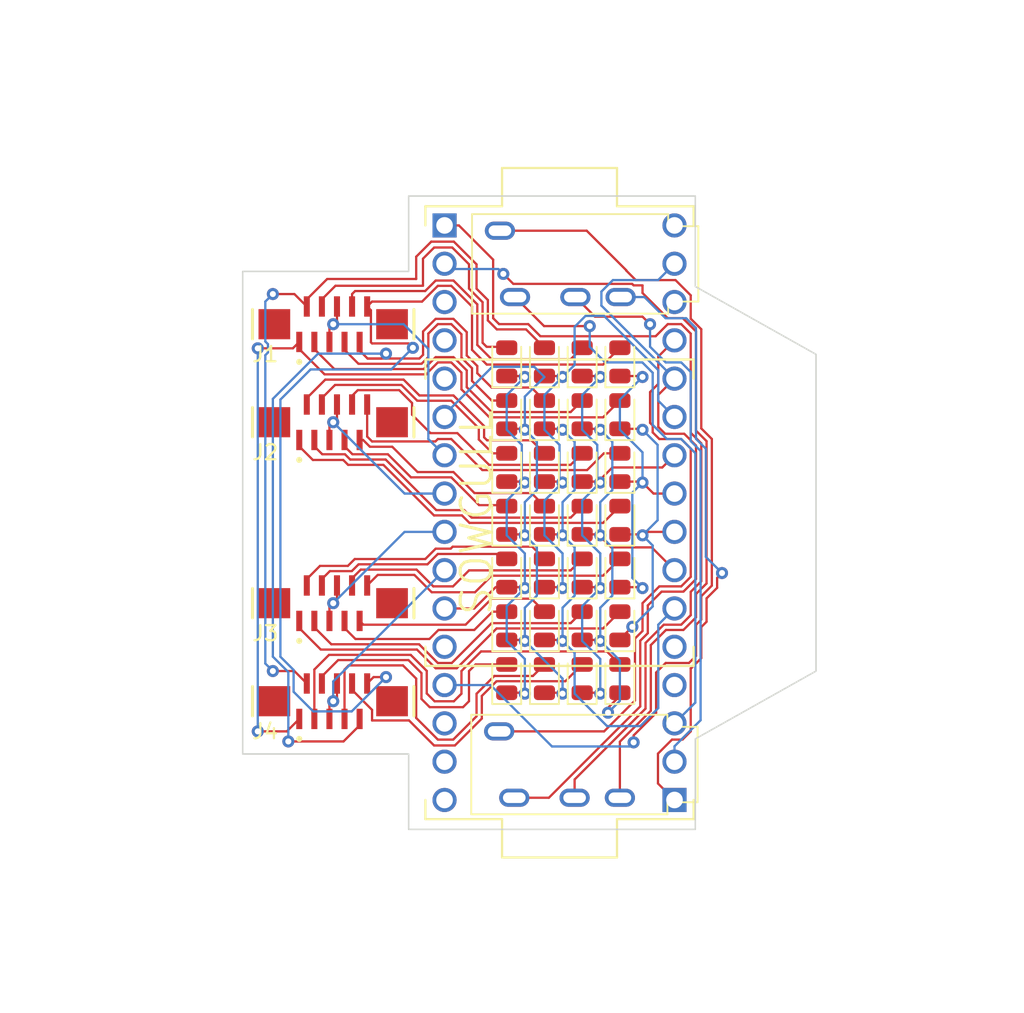
<source format=kicad_pcb>
(kicad_pcb (version 20221018) (generator pcbnew)
  (layers (0 "F.Cu" signal) (31 "B.Cu" signal) (34 "B.Paste" user) (35 "F.Paste" user) (36 "B.SilkS" user "B.Silkscreen") (37 "F.SilkS" user "F.Silkscreen") (38 "B.Mask" user) (39 "F.Mask" user) (44 "Edge.Cuts" user))
  (net 0 "")
  (net 1 "/Column L1/R1")
  (net 2 "/Column L1/R2")
  (net 3 "Net-(D3-A)")
  (net 4 "Net-(D4-A)")
  (net 5 "Net-(D5-A)")
  (net 6 "Net-(D6-A)")
  (net 7 "/Column L1/R7")
  (net 8 "/Column L1/R8")
  (net 9 "/Column L2/R1")
  (net 10 "/Column L2/R2")
  (net 11 "Net-(D11-A)")
  (net 12 "Net-(D12-A)")
  (net 13 "Net-(D13-A)")
  (net 14 "Net-(D14-A)")
  (net 15 "/Column L2/R7")
  (net 16 "/Column L2/R8")
  (net 17 "/Column L3/R1")
  (net 18 "/Column L3/R2")
  (net 19 "Net-(D19-A)")
  (net 20 "Net-(D20-A)")
  (net 21 "Net-(D21-A)")
  (net 22 "Net-(D22-A)")
  (net 23 "/Column L3/R7")
  (net 24 "/Column L3/R8")
  (net 26 "ROW_4")
  (net 28 "ROW_3")
  (net 29 "ROW_2")
  (net 30 "Net-(D59-A)")
  (net 31 "ROW_1")
  (net 32 "Net-(D60-A)")
  (net 33 "ROW_5")
  (net 34 "Net-(D61-A)")
  (net 35 "ROW_6")
  (net 36 "Net-(D62-A)")
  (net 37 "ROW_7")
  (net 39 "ROW_8")
  (net 40 "COL_L1")
  (net 41 "COL_L2")
  (net 42 "COL_L3")
  (net 43 "COL_T")
  (net 52 "Net-(U3-Ring1)")
  (net 53 "Net-(U2-Ring2)")
  (net 54 "Net-(U3-Ring2)")
  (net 55 "Net-(U2-Ring1)")
  (net 56 "Net-(U2-Tip)")
  (net 57 "Net-(U1-F4)")
  (net 58 "Net-(U3-Sleeve)")
  (net 59 "Net-(U2-Sleeve)")
  (footprint "Diode_SMD:D_0805_2012Metric" (layer "F.Cu") (at 156.5 102.5 90)
    (fp_text reference "D19" hide)
    (fp_text value "1N4148W")
  )
  (footprint "Diode_SMD:D_0805_2012Metric" (layer "F.Cu") (at 151.5 106 90)
    (fp_text reference "D60" hide)
    (fp_text value "1N4148W")
  )
  (footprint "MountingHole:MountingHole_3.2mm_M3" (layer "F.Cu") (at 140 95)
    (fp_text reference "REF**" hide)
    (fp_text value "MountingHole_3.2mm_M3")
  )
  (footprint "Custom:GCT_FFC2A33-10-T-R_REVA" (layer "F.Cu") (at 140 89)
    (fp_text reference "J2")
    (fp_text value "Conn_01x10_MountingPin")
  )
  (footprint "promicro:ProMicro-Rotatable" (layer "F.Cu") (at 155 95 -90)
    (fp_text reference "U1" hide)
    (fp_text value "ProMicro")
  )
  (footprint "Diode_SMD:D_0805_2012Metric" (layer "F.Cu") (at 154 99 90)
    (fp_text reference "D18" hide)
    (fp_text value "1N4148W")
  )
  (footprint "Diode_SMD:D_0805_2012Metric" (layer "F.Cu") (at 159 85 90)
    (fp_text reference "D8" hide)
    (fp_text value "1N4148W")
  )
  (footprint "Diode_SMD:D_0805_2012Metric" (layer "F.Cu") (at 151.5 99 90)
    (fp_text reference "D20" hide)
    (fp_text value "1N4148W")
  )
  (footprint "Diode_SMD:D_0805_2012Metric" (layer "F.Cu") (at 156.5 92 90)
    (fp_text reference "D14" hide)
    (fp_text value "1N4148W")
  )
  (footprint "PJ320a:PJ-320A" (layer "F.Cu") (at 164.2 80.7 180)
    (fp_text reference "U2" hide)
    (fp_text value "PJ-320A")
  )
  (footprint "Diode_SMD:D_0805_2012Metric" (layer "F.Cu") (at 156.5 88.5 90)
    (fp_text reference "D3" hide)
    (fp_text value "1N4148W")
  )
  (footprint "PJ320a:PJ-320A" (layer "F.Cu") (at 164.15 113.9 180)
    (fp_text reference "U3" hide)
    (fp_text value "PJ-320A")
  )
  (footprint "Diode_SMD:D_0805_2012Metric" (layer "F.Cu") (at 159 102.5 90)
    (fp_text reference "D17" hide)
    (fp_text value "1N4148W")
  )
  (footprint "Diode_SMD:D_0805_2012Metric" (layer "F.Cu") (at 151.5 92 90)
    (fp_text reference "D12" hide)
    (fp_text value "1N4148W")
  )
  (footprint "Diode_SMD:D_0805_2012Metric" (layer "F.Cu") (at 151.5 102.5 90)
    (fp_text reference "D21" hide)
    (fp_text value "1N4148W")
  )
  (footprint "Diode_SMD:D_0805_2012Metric" (layer "F.Cu") (at 154 85 90)
    (fp_text reference "D2" hide)
    (fp_text value "1N4148W")
  )
  (footprint "Diode_SMD:D_0805_2012Metric" (layer "F.Cu") (at 154 88.5 90)
    (fp_text reference "D7" hide)
    (fp_text value "1N4148W")
  )
  (footprint "Diode_SMD:D_0805_2012Metric" (layer "F.Cu") (at 156.5 95.5 90)
    (fp_text reference "D11" hide)
    (fp_text value "1N4148W")
  )
  (footprint "Diode_SMD:D_0805_2012Metric" (layer "F.Cu") (at 156.5 106 90)
    (fp_text reference "D62" hide)
    (fp_text value "1N4148W")
  )
  (footprint "Diode_SMD:D_0805_2012Metric" (layer "F.Cu") (at 156.5 85 90)
    (fp_text reference "D6" hide)
    (fp_text value "1N4148W")
  )
  (footprint "Custom:GCT_FFC2A33-10-T-R_REVA" (layer "F.Cu") (at 140 107.5)
    (fp_text reference "J4")
    (fp_text value "Conn_01x10_MountingPin")
  )
  (footprint "Diode_SMD:D_0805_2012Metric" (layer "F.Cu") (at 159 95.5 90)
    (fp_text reference "D9" hide)
    (fp_text value "1N4148W")
  )
  (footprint "Diode_SMD:D_0805_2012Metric" (layer "F.Cu") (at 151.5 85 90)
    (fp_text reference "D4" hide)
    (fp_text value "1N4148W")
  )
  (footprint "Diode_SMD:D_0805_2012Metric" (layer "F.Cu") (at 154 102.5 90)
    (fp_text reference "D23" hide)
    (fp_text value "1N4148W")
  )
  (footprint "Diode_SMD:D_0805_2012Metric" (layer "F.Cu") (at 159 88.5 90)
    (fp_text reference "D1" hide)
    (fp_text value "1N4148W")
  )
  (footprint "Diode_SMD:D_0805_2012Metric" (layer "F.Cu") (at 151.5 95.5 90)
    (fp_text reference "D13" hide)
    (fp_text value "1N4148W")
  )
  (footprint "Diode_SMD:D_0805_2012Metric" (layer "F.Cu") (at 154 92 90)
    (fp_text reference "D10" hide)
    (fp_text value "1N4148W")
  )
  (footprint "Diode_SMD:D_0805_2012Metric" (layer "F.Cu") (at 159 92 90)
    (fp_text reference "D16" hide)
    (fp_text value "1N4148W")
  )
  (footprint "Diode_SMD:D_0805_2012Metric" (layer "F.Cu") (at 151.5 88.5 90)
    (fp_text reference "D5" hide)
    (fp_text value "1N4148W")
  )
  (footprint "Diode_SMD:D_0805_2012Metric" (layer "F.Cu") (at 159 106 90)
    (fp_text reference "D59" hide)
    (fp_text value "1N4148W")
  )
  (footprint "Diode_SMD:D_0805_2012Metric" (layer "F.Cu") (at 159 99 90)
    (fp_text reference "D24" hide)
    (fp_text value "1N4148W")
  )
  (footprint "Diode_SMD:D_0805_2012Metric" (layer "F.Cu") (at 156.5 99 90)
    (fp_text reference "D22" hide)
    (fp_text value "1N4148W")
  )
  (footprint "Custom:GCT_FFC2A33-10-T-R_REVA" (layer "F.Cu") (at 140 101)
    (fp_text reference "J3")
    (fp_text value "Conn_01x10_MountingPin")
  )
  (footprint "MountingHole:MountingHole_3.2mm_M3" (layer "F.Cu") (at 168 103)
    (fp_text reference "REF**" hide)
    (fp_text value "MountingHole_3.2mm_M3")
  )
  (footprint "Diode_SMD:D_0805_2012Metric" (layer "F.Cu") (at 154 106 90)
    (fp_text reference "D61" hide)
    (fp_text value "1N4148W")
  )
  (footprint "Diode_SMD:D_0805_2012Metric" (layer "F.Cu") (at 154 95.5 90)
    (fp_text reference "D15" hide)
    (fp_text value "1N4148W")
  )
  (footprint "MountingHole:MountingHole_3.2mm_M3" (layer "F.Cu") (at 168 87)
    (fp_text reference "REF**" hide)
    (fp_text value "MountingHole_3.2mm_M3")
  )
  (footprint "Custom:GCT_FFC2A33-10-T-R_REVA" (layer "F.Cu") (at 140 82.5)
    (fp_text reference "J1")
    (fp_text value "Conn_01x10_MountingPin")
  )
  (gr_poly (pts (xy 134 79) (xy 134 111) (xy 145 111) (xy 145 116) (xy 164 116) (xy 164 110) (xy 172 105.5) (xy 172 84.5) (xy 164 80) (xy 164 74) (xy 145 74) (xy 145 79)) (stroke (width 0.1)) (fill none) (layer "Edge.Cuts"))
  (gr_text "SOWGULL" (at 149.5 95 90) (layer "F.SilkS") (effects (font (size 2 2) (thickness 0.2))))
  (segment (start 148.5 85.70972) (end 148.5 86.819974) (width 0.15) (layer "F.Cu") (net 1))
  (segment (start 148.5 86.819974) (end 150.355026 88.675) (width 0.15) (layer "F.Cu") (net 1))
  (segment (start 150.355026 88.675) (end 157.8875 88.675) (width 0.15) (layer "F.Cu") (net 1))
  (segment (start 157.8875 88.675) (end 159 87.5625) (width 0.15) (layer "F.Cu") (net 1))
  (segment (start 135 109.5) (end 136.925 109.5) (width 0.15) (layer "F.Cu") (net 1))
  (segment (start 136.925 109.5) (end 137.75 108.675) (width 0.15) (layer "F.Cu") (net 1))
  (segment (start 146.305 85.66472) (end 146.93472 85.035) (width 0.15) (layer "F.Cu") (net 1))
  (segment (start 146.175 85.825) (end 146.305 85.695) (width 0.15) (layer "F.Cu") (net 1))
  (segment (start 135 84.099502) (end 137.325498 84.099502) (width 0.15) (layer "F.Cu") (net 1))
  (segment (start 137.75 84.15) (end 139.425 85.825) (width 0.15) (layer "F.Cu") (net 1))
  (segment (start 146.305 85.695) (end 146.305 85.66472) (width 0.15) (layer "F.Cu") (net 1))
  (segment (start 146.93472 85.035) (end 147.82528 85.035) (width 0.15) (layer "F.Cu") (net 1))
  (segment (start 137.325498 84.099502) (end 137.75 83.675) (width 0.15) (layer "F.Cu") (net 1))
  (segment (start 139.425 85.825) (end 146.175 85.825) (width 0.15) (layer "F.Cu") (net 1))
  (segment (start 147.82528 85.035) (end 148.5 85.70972) (width 0.15) (layer "F.Cu") (net 1))
  (via (at 135 109.5) (size 0.8) (drill 0.4) (layers "F.Cu" "B.Cu") (net 1))
  (via (at 135 84.099502) (size 0.8) (drill 0.4) (layers "F.Cu" "B.Cu") (net 1))
  (segment (start 135 109.5) (end 135 84.099502) (width 0.15) (layer "B.Cu") (net 1))
  (segment (start 152.7825 82.845) (end 154 84.0625) (width 0.15) (layer "F.Cu") (net 2))
  (segment (start 137.425 105.5) (end 138.25 106.325) (width 0.15) (layer "F.Cu") (net 2))
  (segment (start 149.5 78.530026) (end 149.5 80.144798) (width 0.15) (layer "F.Cu") (net 2))
  (segment (start 147.994974 77.025) (end 149.5 78.530026) (width 0.15) (layer "F.Cu") (net 2))
  (segment (start 150.25 80.894798) (end 150.25 82.25) (width 0.15) (layer "F.Cu") (net 2))
  (segment (start 150.845 82.845) (end 152.7825 82.845) (width 0.15) (layer "F.Cu") (net 2))
  (segment (start 137.425 80.5) (end 138.25 81.325) (width 0.15) (layer "F.Cu") (net 2))
  (segment (start 136 80.5) (end 137.425 80.5) (width 0.15) (layer "F.Cu") (net 2))
  (segment (start 146.5 77.025) (end 147.994974 77.025) (width 0.15) (layer "F.Cu") (net 2))
  (segment (start 145.5 78.025) (end 146.5 77.025) (width 0.15) (layer "F.Cu") (net 2))
  (segment (start 149.5 80.144798) (end 150.25 80.894798) (width 0.15) (layer "F.Cu") (net 2))
  (segment (start 145.5 79.5) (end 145.5 78.025) (width 0.15) (layer "F.Cu") (net 2))
  (segment (start 139.6 79.5) (end 145.5 79.5) (width 0.15) (layer "F.Cu") (net 2))
  (segment (start 150.25 82.25) (end 150.845 82.845) (width 0.15) (layer "F.Cu") (net 2))
  (segment (start 136 105.5) (end 137.425 105.5) (width 0.15) (layer "F.Cu") (net 2))
  (segment (start 138.25 80.85) (end 139.6 79.5) (width 0.15) (layer "F.Cu") (net 2))
  (via (at 136 80.5) (size 0.8) (drill 0.4) (layers "F.Cu" "B.Cu") (net 2))
  (via (at 136 105.5) (size 0.8) (drill 0.4) (layers "F.Cu" "B.Cu") (net 2))
  (segment (start 135.675 83.819907) (end 135.5 83.644907) (width 0.15) (layer "B.Cu") (net 2))
  (segment (start 136 105.5) (end 135.5 105) (width 0.15) (layer "B.Cu") (net 2))
  (segment (start 135.5 83.644907) (end 135.5 81) (width 0.15) (layer "B.Cu") (net 2))
  (segment (start 135.5 81) (end 136 80.5) (width 0.15) (layer "B.Cu") (net 2))
  (segment (start 135.5 84.554097) (end 135.675 84.379097) (width 0.15) (layer "B.Cu") (net 2))
  (segment (start 135.675 84.379097) (end 135.675 83.819907) (width 0.15) (layer "B.Cu") (net 2))
  (segment (start 135.5 105) (end 135.5 84.554097) (width 0.15) (layer "B.Cu") (net 2))
  (segment (start 138.75 84.15) (end 140.075 85.475) (width 0.15) (layer "F.Cu") (net 3))
  (segment (start 145.999745 85.475) (end 146.789746 84.685) (width 0.15) (layer "F.Cu") (net 3))
  (segment (start 148.85 86.675) (end 150.5 88.325) (width 0.15) (layer "F.Cu") (net 3))
  (segment (start 148.85 85.5625) (end 148.85 86.675) (width 0.15) (layer "F.Cu") (net 3))
  (segment (start 150.5 88.325) (end 155.7375 88.325) (width 0.15) (layer "F.Cu") (net 3))
  (segment (start 146.789746 84.685) (end 147.9725 84.685) (width 0.15) (layer "F.Cu") (net 3))
  (segment (start 147.9725 84.685) (end 148.85 85.5625) (width 0.15) (layer "F.Cu") (net 3))
  (segment (start 155.7375 88.325) (end 156.5 87.5625) (width 0.15) (layer "F.Cu") (net 3))
  (segment (start 140.075 85.475) (end 145.999745 85.475) (width 0.15) (layer "F.Cu") (net 3))
  (segment (start 149 80.139772) (end 149 78.525) (width 0.15) (layer "F.Cu") (net 4))
  (segment (start 147.89 77.415) (end 146.691066 77.415) (width 0.15) (layer "F.Cu") (net 4))
  (segment (start 151.4375 84) (end 150.169974 84) (width 0.15) (layer "F.Cu") (net 4))
  (segment (start 145.949886 78.15618) (end 145.949886 79.949886) (width 0.15) (layer "F.Cu") (net 4))
  (segment (start 149 78.525) (end 147.89 77.415) (width 0.15) (layer "F.Cu") (net 4))
  (segment (start 149.9 83.730026) (end 149.9 81.039772) (width 0.15) (layer "F.Cu") (net 4))
  (segment (start 145.949886 79.949886) (end 140.150114 79.949886) (width 0.15) (layer "F.Cu") (net 4))
  (segment (start 149.9 81.039772) (end 149 80.139772) (width 0.15) (layer "F.Cu") (net 4))
  (segment (start 140.150114 79.949886) (end 139.25 80.85) (width 0.15) (layer "F.Cu") (net 4))
  (segment (start 150.169974 84) (end 149.9 83.730026) (width 0.15) (layer "F.Cu") (net 4))
  (segment (start 146.691066 77.415) (end 145.949886 78.15618) (width 0.15) (layer "F.Cu") (net 4))
  (segment (start 146.305 84.674771) (end 146.305 83.12472) (width 0.15) (layer "F.Cu") (net 5))
  (segment (start 146.305 83.12472) (end 146.93472 82.495) (width 0.15) (layer "F.Cu") (net 5))
  (segment (start 150.5 87.5625) (end 151.5 87.5625) (width 0.15) (layer "F.Cu") (net 5))
  (segment (start 140.75 84.2) (end 141.675 85.125) (width 0.15) (layer "F.Cu") (net 5))
  (segment (start 141.675 85.125) (end 145.85477 85.125) (width 0.15) (layer "F.Cu") (net 5))
  (segment (start 145.85477 85.125) (end 146.305 84.674771) (width 0.15) (layer "F.Cu") (net 5))
  (segment (start 149.2 86.2625) (end 150.5 87.5625) (width 0.15) (layer "F.Cu") (net 5))
  (segment (start 146.93472 82.495) (end 147.82528 82.495) (width 0.15) (layer "F.Cu") (net 5))
  (segment (start 148.5 84.717526) (end 149.2 85.417525) (width 0.15) (layer "F.Cu") (net 5))
  (segment (start 147.82528 82.495) (end 148.5 83.16972) (width 0.15) (layer "F.Cu") (net 5))
  (segment (start 148.5 83.16972) (end 148.5 84.717526) (width 0.15) (layer "F.Cu") (net 5))
  (segment (start 149.2 85.417525) (end 149.2 86.2625) (width 0.15) (layer "F.Cu") (net 5))
  (segment (start 155.7375 84.825) (end 150.5 84.825) (width 0.15) (layer "F.Cu") (net 6))
  (segment (start 150.5 84.825) (end 149.55 83.875) (width 0.15) (layer "F.Cu") (net 6))
  (segment (start 146.789746 79.605) (end 146.09486 80.299886) (width 0.15) (layer "F.Cu") (net 6))
  (segment (start 146.09486 80.299886) (end 141.450114 80.299886) (width 0.15) (layer "F.Cu") (net 6))
  (segment (start 149.55 81.184746) (end 147.970254 79.605) (width 0.15) (layer "F.Cu") (net 6))
  (segment (start 141.25 80.5) (end 141.25 81.325) (width 0.15) (layer "F.Cu") (net 6))
  (segment (start 141.450114 80.299886) (end 141.25 80.5) (width 0.15) (layer "F.Cu") (net 6))
  (segment (start 149.55 83.875) (end 149.55 81.184746) (width 0.15) (layer "F.Cu") (net 6))
  (segment (start 156.5 84.0625) (end 155.7375 84.825) (width 0.15) (layer "F.Cu") (net 6))
  (segment (start 147.970254 79.605) (end 146.789746 79.605) (width 0.15) (layer "F.Cu") (net 6))
  (segment (start 153.1375 86.7) (end 150.5 86.7) (width 0.15) (layer "F.Cu") (net 7))
  (segment (start 154 87.5625) (end 153.1375 86.7) (width 0.15) (layer "F.Cu") (net 7))
  (segment (start 143.1755 84.775) (end 143.5 84.4505) (width 0.15) (layer "F.Cu") (net 7))
  (segment (start 142.275 84.775) (end 143.1755 84.775) (width 0.15) (layer "F.Cu") (net 7))
  (segment (start 145.955 84.529796) (end 145.709795 84.775) (width 0.15) (layer "F.Cu") (net 7))
  (segment (start 148.85 83.024746) (end 147.970254 82.145) (width 0.15) (layer "F.Cu") (net 7))
  (segment (start 149.55 85.27255) (end 148.85 84.572551) (width 0.15) (layer "F.Cu") (net 7))
  (segment (start 146.789745 82.145) (end 145.955 82.979746) (width 0.15) (layer "F.Cu") (net 7))
  (segment (start 137.025056 110.167038) (end 140.682962 110.167038) (width 0.15) (layer "F.Cu") (net 7))
  (segment (start 140.682962 110.167038) (end 141.75 109.1) (width 0.15) (layer "F.Cu") (net 7))
  (segment (start 148.85 84.572551) (end 148.85 83.024746) (width 0.15) (layer "F.Cu") (net 7))
  (segment (start 147.970254 82.145) (end 146.789745 82.145) (width 0.15) (layer "F.Cu") (net 7))
  (segment (start 149.55 85.75) (end 149.55 85.27255) (width 0.15) (layer "F.Cu") (net 7))
  (segment (start 145.955 82.979746) (end 145.955 84.529796) (width 0.15) (layer "F.Cu") (net 7))
  (segment (start 150.5 86.7) (end 149.55 85.75) (width 0.15) (layer "F.Cu") (net 7))
  (segment (start 145.709795 84.775) (end 142.275 84.775) (width 0.15) (layer "F.Cu") (net 7))
  (segment (start 142.275 84.775) (end 141.75 84.25) (width 0.15) (layer "F.Cu") (net 7))
  (via (at 143.5 84.4505) (size 0.8) (drill 0.4) (layers "F.Cu" "B.Cu") (net 7))
  (via (at 137.025056 110.167038) (size 0.8) (drill 0.4) (layers "F.Cu" "B.Cu") (net 7))
  (segment (start 136 87.45) (end 138.9995 84.4505) (width 0.15) (layer "B.Cu") (net 7))
  (segment (start 136 104.545405) (end 136 87.45) (width 0.15) (layer "B.Cu") (net 7))
  (segment (start 137.025056 105.570461) (end 136 104.545405) (width 0.15) (layer "B.Cu") (net 7))
  (segment (start 137.025056 110.167038) (end 137.025056 105.570461) (width 0.15) (layer "B.Cu") (net 7))
  (segment (start 138.9995 84.4505) (end 143.5 84.4505) (width 0.15) (layer "B.Cu") (net 7))
  (segment (start 142.5 83.7) (end 142.5 81.575) (width 0.15) (layer "F.Cu") (net 8))
  (segment (start 142.25 106.325) (end 142.674502 105.900498) (width 0.15) (layer "F.Cu") (net 8))
  (segment (start 147.82528 79.955) (end 146.93472 79.955) (width 0.15) (layer "F.Cu") (net 8))
  (segment (start 142.5 81.575) (end 142.25 81.325) (width 0.15) (layer "F.Cu") (net 8))
  (segment (start 159 84.0625) (end 157.8875 85.175) (width 0.15) (layer "F.Cu") (net 8))
  (segment (start 142.575 81) (end 142.25 81.325) (width 0.15) (layer "F.Cu") (net 8))
  (segment (start 146.93472 79.955) (end 145.88972 81) (width 0.15) (layer "F.Cu") (net 8))
  (segment (start 144.990295 83.775) (end 142.575 83.775) (width 0.15) (layer "F.Cu") (net 8))
  (segment (start 142.575 83.775) (end 142.5 83.7) (width 0.15) (layer "F.Cu") (net 8))
  (segment (start 149.2 81.32972) (end 147.82528 79.955) (width 0.15) (layer "F.Cu") (net 8))
  (segment (start 149.2 84.2) (end 149.2 81.32972) (width 0.15) (layer "F.Cu") (net 8))
  (segment (start 142.674502 105.900498) (end 143.5 105.900498) (width 0.15) (layer "F.Cu") (net 8))
  (segment (start 145.88972 81) (end 142.575 81) (width 0.15) (layer "F.Cu") (net 8))
  (segment (start 150.175 85.175) (end 149.2 84.2) (width 0.15) (layer "F.Cu") (net 8))
  (segment (start 145.2805 84.065205) (end 144.990295 83.775) (width 0.15) (layer "F.Cu") (net 8))
  (segment (start 157.8875 85.175) (end 150.175 85.175) (width 0.15) (layer "F.Cu") (net 8))
  (via (at 143.5 105.900498) (size 0.8) (drill 0.4) (layers "F.Cu" "B.Cu") (net 8))
  (via (at 145.2805 84.065205) (size 0.8) (drill 0.4) (layers "F.Cu" "B.Cu") (net 8))
  (segment (start 138.5 85.5) (end 136.5 87.5) (width 0.15) (layer "B.Cu") (net 8))
  (segment (start 138.675 108.175) (end 141.225498 108.175) (width 0.15) (layer "B.Cu") (net 8))
  (segment (start 143.845705 85.5) (end 138.5 85.5) (width 0.15) (layer "B.Cu") (net 8))
  (segment (start 136.5 104.550431) (end 137.375056 105.425487) (width 0.15) (layer "B.Cu") (net 8))
  (segment (start 145.2805 84.065205) (end 143.845705 85.5) (width 0.15) (layer "B.Cu") (net 8))
  (segment (start 137.375056 105.425487) (end 137.375056 106.875056) (width 0.15) (layer "B.Cu") (net 8))
  (segment (start 137.375056 106.875056) (end 138.675 108.175) (width 0.15) (layer "B.Cu") (net 8))
  (segment (start 141.225498 108.175) (end 143.5 105.900498) (width 0.15) (layer "B.Cu") (net 8))
  (segment (start 136.5 87.5) (end 136.5 104.550431) (width 0.15) (layer "B.Cu") (net 8))
  (segment (start 140.660052 91.5) (end 140.985052 91.825) (width 0.15) (layer "F.Cu") (net 9))
  (segment (start 140.985052 91.825) (end 143.325 91.825) (width 0.15) (layer "F.Cu") (net 9))
  (segment (start 148.53505 95.180025) (end 149.030025 95.675) (width 0.15) (layer "F.Cu") (net 9))
  (segment (start 146.680025 95.180025) (end 148.53505 95.180025) (width 0.15) (layer "F.Cu") (net 9))
  (segment (start 138.65 91.5) (end 140.660052 91.5) (width 0.15) (layer "F.Cu") (net 9))
  (segment (start 149.030025 95.675) (end 157.8875 95.675) (width 0.15) (layer "F.Cu") (net 9))
  (segment (start 143.325 91.825) (end 146.680025 95.180025) (width 0.15) (layer "F.Cu") (net 9))
  (segment (start 137.75 90.6) (end 138.65 91.5) (width 0.15) (layer "F.Cu") (net 9))
  (segment (start 157.8875 95.675) (end 159 94.5625) (width 0.15) (layer "F.Cu") (net 9))
  (segment (start 154 91.0625) (end 153.1375 90.2) (width 0.15) (layer "F.Cu") (net 10))
  (segment (start 144.664948 86.175) (end 139.475 86.175) (width 0.15) (layer "F.Cu") (net 10))
  (segment (start 139.475 86.175) (end 138.25 87.4) (width 0.15) (layer "F.Cu") (net 10))
  (segment (start 145.714948 87.225) (end 144.664948 86.175) (width 0.15) (layer "F.Cu") (net 10))
  (segment (start 150 89.254746) (end 147.970254 87.225) (width 0.15) (layer "F.Cu") (net 10))
  (segment (start 147.970254 87.225) (end 145.714948 87.225) (width 0.15) (layer "F.Cu") (net 10))
  (segment (start 150.2 90.2) (end 150 90) (width 0.15) (layer "F.Cu") (net 10))
  (segment (start 153.1375 90.2) (end 150.2 90.2) (width 0.15) (layer "F.Cu") (net 10))
  (segment (start 150 90) (end 150 89.254746) (width 0.15) (layer "F.Cu") (net 10))
  (segment (start 140.780026 91.125) (end 141.130026 91.475) (width 0.15) (layer "F.Cu") (net 11))
  (segment (start 148.680025 94.830025) (end 149.175 95.325) (width 0.15) (layer "F.Cu") (net 11))
  (segment (start 141.130026 91.475) (end 143.475 91.475) (width 0.15) (layer "F.Cu") (net 11))
  (segment (start 155.7375 95.325) (end 156.5 94.5625) (width 0.15) (layer "F.Cu") (net 11))
  (segment (start 139.275 91.125) (end 140.780026 91.125) (width 0.15) (layer "F.Cu") (net 11))
  (segment (start 138.75 90.6) (end 139.275 91.125) (width 0.15) (layer "F.Cu") (net 11))
  (segment (start 146.830025 94.830025) (end 148.680025 94.830025) (width 0.15) (layer "F.Cu") (net 11))
  (segment (start 143.475 91.475) (end 146.830025 94.830025) (width 0.15) (layer "F.Cu") (net 11))
  (segment (start 149.175 95.325) (end 155.7375 95.325) (width 0.15) (layer "F.Cu") (net 11))
  (segment (start 149.65 90.144975) (end 150.567525 91.0625) (width 0.15) (layer "F.Cu") (net 12))
  (segment (start 139.25 87.4) (end 140.125 86.525) (width 0.15) (layer "F.Cu") (net 12))
  (segment (start 140.125 86.525) (end 144.519974 86.525) (width 0.15) (layer "F.Cu") (net 12))
  (segment (start 147.82528 87.575) (end 149.65 89.39972) (width 0.15) (layer "F.Cu") (net 12))
  (segment (start 150.567525 91.0625) (end 151.5 91.0625) (width 0.15) (layer "F.Cu") (net 12))
  (segment (start 149.65 89.39972) (end 149.65 90.144975) (width 0.15) (layer "F.Cu") (net 12))
  (segment (start 144.519974 86.525) (end 145.569974 87.575) (width 0.15) (layer "F.Cu") (net 12))
  (segment (start 145.569974 87.575) (end 147.82528 87.575) (width 0.15) (layer "F.Cu") (net 12))
  (segment (start 151.4375 94.5) (end 149.67028 94.5) (width 0.15) (layer "F.Cu") (net 13))
  (segment (start 149.67028 94.5) (end 147.82528 92.655) (width 0.15) (layer "F.Cu") (net 13))
  (segment (start 141.275 91.125) (end 140.75 90.6) (width 0.15) (layer "F.Cu") (net 13))
  (segment (start 143.625 91.125) (end 141.275 91.125) (width 0.15) (layer "F.Cu") (net 13))
  (segment (start 147.82528 92.655) (end 145.155 92.655) (width 0.15) (layer "F.Cu") (net 13))
  (segment (start 145.155 92.655) (end 143.625 91.125) (width 0.15) (layer "F.Cu") (net 13))
  (segment (start 156.5 91.0625) (end 155.7375 91.825) (width 0.15) (layer "F.Cu") (net 14))
  (segment (start 146.45 89.725) (end 145.225 88.5) (width 0.15) (layer "F.Cu") (net 14))
  (segment (start 145.225 88.5) (end 145.225 87.725) (width 0.15) (layer "F.Cu") (net 14))
  (segment (start 145.225 87.725) (end 144.375 86.875) (width 0.15) (layer "F.Cu") (net 14))
  (segment (start 141.625 86.875) (end 141.25 87.25) (width 0.15) (layer "F.Cu") (net 14))
  (segment (start 150.330025 91.825) (end 148.230025 89.725) (width 0.15) (layer "F.Cu") (net 14))
  (segment (start 144.375 86.875) (end 141.625 86.875) (width 0.15) (layer "F.Cu") (net 14))
  (segment (start 155.7375 91.825) (end 150.330025 91.825) (width 0.15) (layer "F.Cu") (net 14))
  (segment (start 148.230025 89.725) (end 146.45 89.725) (width 0.15) (layer "F.Cu") (net 14))
  (segment (start 153.1375 93.7) (end 154 94.5625) (width 0.15) (layer "F.Cu") (net 15))
  (segment (start 143.9125 90.625) (end 145.5925 92.305) (width 0.15) (layer "F.Cu") (net 15))
  (segment (start 141.75 90.175) (end 141.980025 90.175) (width 0.15) (layer "F.Cu") (net 15))
  (segment (start 149.365254 93.7) (end 153.1375 93.7) (width 0.15) (layer "F.Cu") (net 15))
  (segment (start 142.430026 90.625) (end 143.9125 90.625) (width 0.15) (layer "F.Cu") (net 15))
  (segment (start 147.970255 92.305) (end 149.365254 93.7) (width 0.15) (layer "F.Cu") (net 15))
  (segment (start 141.980025 90.175) (end 142.430026 90.625) (width 0.15) (layer "F.Cu") (net 15))
  (segment (start 145.5925 92.305) (end 147.970255 92.305) (width 0.15) (layer "F.Cu") (net 15))
  (segment (start 159 91.0625) (end 157.9375 91.0625) (width 0.15) (layer "F.Cu") (net 16))
  (segment (start 142.25 89.95) (end 142.25 87.825) (width 0.15) (layer "F.Cu") (net 16))
  (segment (start 149.88528 92.175) (end 147.82528 90.115) (width 0.15) (layer "F.Cu") (net 16))
  (segment (start 156.825 92.175) (end 149.88528 92.175) (width 0.15) (layer "F.Cu") (net 16))
  (segment (start 157.9375 91.0625) (end 156.825 92.175) (width 0.15) (layer "F.Cu") (net 16))
  (segment (start 146.77472 90.275) (end 142.575 90.275) (width 0.15) (layer "F.Cu") (net 16))
  (segment (start 146.93472 90.115) (end 146.77472 90.275) (width 0.15) (layer "F.Cu") (net 16))
  (segment (start 147.82528 90.115) (end 146.93472 90.115) (width 0.15) (layer "F.Cu") (net 16))
  (segment (start 142.575 90.275) (end 142.25 89.95) (width 0.15) (layer "F.Cu") (net 16))
  (segment (start 137.75 102.65) (end 139.17486 104.07486) (width 0.15) (layer "F.Cu") (net 17))
  (segment (start 157.8875 102.675) (end 159 101.5625) (width 0.15) (layer "F.Cu") (net 17))
  (segment (start 150.828877 102.675) (end 157.8875 102.675) (width 0.15) (layer "F.Cu") (net 17))
  (segment (start 146.789746 105.315) (end 148.188877 105.315) (width 0.15) (layer "F.Cu") (net 17))
  (segment (start 145.549606 104.07486) (end 146.789746 105.315) (width 0.15) (layer "F.Cu") (net 17))
  (segment (start 148.188877 105.315) (end 150.828877 102.675) (width 0.15) (layer "F.Cu") (net 17))
  (segment (start 139.17486 104.07486) (end 145.549606 104.07486) (width 0.15) (layer "F.Cu") (net 17))
  (segment (start 146.789745 97.385) (end 146.102259 98.072487) (width 0.15) (layer "F.Cu") (net 18))
  (segment (start 139.125 98.525) (end 138.25 99.4) (width 0.15) (layer "F.Cu") (net 18))
  (segment (start 153.190013 97.252513) (end 147.917767 97.252513) (width 0.15) (layer "F.Cu") (net 18))
  (segment (start 154 98.0625) (end 153.190013 97.252513) (width 0.15) (layer "F.Cu") (net 18))
  (segment (start 140.975 98.525) (end 139.125 98.525) (width 0.15) (layer "F.Cu") (net 18))
  (segment (start 147.78528 97.385) (end 146.789745 97.385) (width 0.15) (layer "F.Cu") (net 18))
  (segment (start 146.102259 98.072487) (end 141.427513 98.072487) (width 0.15) (layer "F.Cu") (net 18))
  (segment (start 147.917767 97.252513) (end 147.78528 97.385) (width 0.15) (layer "F.Cu") (net 18))
  (segment (start 141.427513 98.072487) (end 140.975 98.525) (width 0.15) (layer "F.Cu") (net 18))
  (segment (start 155.7375 102.325) (end 150.5 102.325) (width 0.15) (layer "F.Cu") (net 19))
  (segment (start 156.5 101.5625) (end 155.7375 102.325) (width 0.15) (layer "F.Cu") (net 19))
  (segment (start 145.69458 103.72486) (end 139.87486 103.72486) (width 0.15) (layer "F.Cu") (net 19))
  (segment (start 139.87486 103.72486) (end 138.75 102.6) (width 0.15) (layer "F.Cu") (net 19))
  (segment (start 147.86 104.965) (end 146.93472 104.965) (width 0.15) (layer "F.Cu") (net 19))
  (segment (start 150.5 102.325) (end 147.86 104.965) (width 0.15) (layer "F.Cu") (net 19))
  (segment (start 146.93472 104.965) (end 145.69458 103.72486) (width 0.15) (layer "F.Cu") (net 19))
  (segment (start 139.775 98.875) (end 141.230026 98.875) (width 0.15) (layer "F.Cu") (net 20))
  (segment (start 139.25 99.4) (end 139.775 98.875) (width 0.15) (layer "F.Cu") (net 20))
  (segment (start 141.230026 98.875) (end 141.682538 98.422487) (width 0.15) (layer "F.Cu") (net 20))
  (segment (start 141.682538 98.422487) (end 146.247233 98.422487) (width 0.15) (layer "F.Cu") (net 20))
  (segment (start 146.247233 98.422487) (end 146.93472 97.735) (width 0.15) (layer "F.Cu") (net 20))
  (segment (start 146.93472 97.735) (end 151.1725 97.735) (width 0.15) (layer "F.Cu") (net 20))
  (segment (start 151.5 101.5625) (end 150.5625 101.5625) (width 0.15) (layer "F.Cu") (net 21))
  (segment (start 149.35 102.775) (end 150.5625 101.5625) (width 0.15) (layer "F.Cu") (net 21))
  (segment (start 146.37486 103.37486) (end 146.97472 102.775) (width 0.15) (layer "F.Cu") (net 21))
  (segment (start 140.75 102.65) (end 141.47486 103.37486) (width 0.15) (layer "F.Cu") (net 21))
  (segment (start 146.97472 102.775) (end 149.35 102.775) (width 0.15) (layer "F.Cu") (net 21))
  (segment (start 141.47486 103.37486) (end 146.37486 103.37486) (width 0.15) (layer "F.Cu") (net 21))
  (segment (start 156.5 98.0625) (end 155.7375 98.825) (width 0.15) (layer "F.Cu") (net 22))
  (segment (start 147.94 99.885) (end 146.635 99.885) (width 0.15) (layer "F.Cu") (net 22))
  (segment (start 149 98.825) (end 147.94 99.885) (width 0.15) (layer "F.Cu") (net 22))
  (segment (start 146.635 99.885) (end 145.522487 98.772487) (width 0.15) (layer "F.Cu") (net 22))
  (segment (start 141.827513 98.772487) (end 141.25 99.35) (width 0.15) (layer "F.Cu") (net 22))
  (segment (start 155.7375 98.825) (end 149 98.825) (width 0.15) (layer "F.Cu") (net 22))
  (segment (start 145.522487 98.772487) (end 141.827513 98.772487) (width 0.15) (layer "F.Cu") (net 22))
  (segment (start 148.775 102.425) (end 142 102.425) (width 0.15) (layer "F.Cu") (net 23))
  (segment (start 150.5 100.7) (end 153.1375 100.7) (width 0.15) (layer "F.Cu") (net 23))
  (segment (start 142 102.425) (end 141.75 102.175) (width 0.15) (layer "F.Cu") (net 23))
  (segment (start 150.5 100.7) (end 148.775 102.425) (width 0.15) (layer "F.Cu") (net 23))
  (segment (start 153.1375 100.7) (end 154 101.5625) (width 0.15) (layer "F.Cu") (net 23))
  (segment (start 157.8875 99.175) (end 159 98.0625) (width 0.15) (layer "F.Cu") (net 24))
  (segment (start 150.5 99.175) (end 157.8875 99.175) (width 0.15) (layer "F.Cu") (net 24))
  (segment (start 142.952513 99.122487) (end 145.377513 99.122487) (width 0.15) (layer "F.Cu") (net 24))
  (segment (start 145.377513 99.122487) (end 146.530026 100.275) (width 0.15) (layer "F.Cu") (net 24))
  (segment (start 142.25 99.825) (end 142.952513 99.122487) (width 0.15) (layer "F.Cu") (net 24))
  (segment (start 146.530026 100.275) (end 149.4 100.275) (width 0.15) (layer "F.Cu") (net 24))
  (segment (start 149.4 100.275) (end 150.5 99.175) (width 0.15) (layer "F.Cu") (net 24))
  (segment (start 151.5 99.9375) (end 152.638 99.9375) (width 0.15) (layer "F.Cu") (net 26))
  (segment (start 147.38 101.35) (end 149.355026 101.35) (width 0.15) (layer "F.Cu") (net 26))
  (segment (start 151.5 106.9375) (end 152.638 106.9375) (width 0.15) (layer "F.Cu") (net 26))
  (segment (start 151.5 92.9375) (end 152.638 92.9375) (width 0.15) (layer "F.Cu") (net 26))
  (segment (start 152.638 106.9375) (end 152.7005 107) (width 0.15) (layer "F.Cu") (net 26))
  (segment (start 151.5 85.9375) (end 152.638 85.9375) (width 0.15) (layer "F.Cu") (net 26))
  (segment (start 152.638 85.9375) (end 152.7005 86) (width 0.15) (layer "F.Cu") (net 26))
  (segment (start 152.638 92.9375) (end 152.7005 93) (width 0.15) (layer "F.Cu") (net 26))
  (segment (start 149.355026 101.35) (end 150.767526 99.9375) (width 0.15) (layer "F.Cu") (net 26))
  (segment (start 152.638 99.9375) (end 152.7005 100) (width 0.15) (layer "F.Cu") (net 26))
  (segment (start 150.767526 99.9375) (end 151.5 99.9375) (width 0.15) (layer "F.Cu") (net 26))
  (via (at 152.7005 93) (size 0.8) (drill 0.4) (layers "F.Cu" "B.Cu") (net 26))
  (via (at 152.7005 107) (size 0.8) (drill 0.4) (layers "F.Cu" "B.Cu") (net 26))
  (via (at 152.7005 86) (size 0.8) (drill 0.4) (layers "F.Cu" "B.Cu") (net 26))
  (via (at 152.7005 100) (size 0.8) (drill 0.4) (layers "F.Cu" "B.Cu") (net 26))
  (segment (start 152.5 90.5) (end 152.5 93) (width 0.15) (layer "B.Cu") (net 26))
  (segment (start 151.5 103.5) (end 151.5 101.2005) (width 0.15) (layer "B.Cu") (net 26))
  (segment (start 152.7005 97.7005) (end 152.7005 100) (width 0.15) (layer "B.Cu") (net 26))
  (segment (start 152.7005 104.7005) (end 151.5 103.5) (width 0.15) (layer "B.Cu") (net 26))
  (segment (start 151.5 87.2005) (end 151.5 89.5) (width 0.15) (layer "B.Cu") (net 26))
  (segment (start 151.5 94.2005) (end 151.5 96.5) (width 0.15) (layer "B.Cu") (net 26))
  (segment (start 151.5 89.5) (end 152.5 90.5) (width 0.15) (layer "B.Cu") (net 26))
  (segment (start 151.5 96.5) (end 152.7005 97.7005) (width 0.15) (layer "B.Cu") (net 26))
  (segment (start 152.7005 107) (end 152.7005 104.7005) (width 0.15) (layer "B.Cu") (net 26))
  (segment (start 152.7005 93) (end 151.5 94.2005) (width 0.15) (layer "B.Cu") (net 26))
  (segment (start 151.5 101.2005) (end 152.7005 100) (width 0.15) (layer "B.Cu") (net 26))
  (segment (start 152.7005 86) (end 151.5 87.2005) (width 0.15) (layer "B.Cu") (net 26))
  (segment (start 158.214694 107.935159) (end 159.212353 106.9375) (width 0.15) (layer "F.Cu") (net 28))
  (segment (start 157.7005 96.5) (end 157.7005 96.571623) (width 0.15) (layer "F.Cu") (net 28))
  (segment (start 157.7005 96.571623) (end 158.428877 97.3) (width 0.15) (layer "F.Cu") (net 28))
  (segment (start 156.5 103.4375) (end 157.638 103.4375) (width 0.15) (layer "F.Cu") (net 28))
  (segment (start 157.638 103.4375) (end 157.7005 103.5) (width 0.15) (layer "F.Cu") (net 28))
  (segment (start 158.214694 108.260806) (end 158.214694 107.935159) (width 0.15) (layer "F.Cu") (net 28))
  (segment (start 157.638 96.4375) (end 157.7005 96.5) (width 0.15) (layer "F.Cu") (net 28))
  (segment (start 156.5 89.4375) (end 157.638 89.4375) (width 0.15) (layer "F.Cu") (net 28))
  (segment (start 161.11 97.3) (end 162.62 98.81) (width 0.15) (layer "F.Cu") (net 28))
  (segment (start 158.428877 97.3) (end 161.11 97.3) (width 0.15) (layer "F.Cu") (net 28))
  (segment (start 157.638 89.4375) (end 157.7005 89.5) (width 0.15) (layer "F.Cu") (net 28))
  (segment (start 156.5 96.4375) (end 157.638 96.4375) (width 0.15) (layer "F.Cu") (net 28))
  (via (at 158.214694 108.260806) (size 0.8) (drill 0.4) (layers "F.Cu" "B.Cu") (net 28))
  (via (at 157.7005 96.5) (size 0.8) (drill 0.4) (layers "F.Cu" "B.Cu") (net 28))
  (via (at 157.7005 89.5) (size 0.8) (drill 0.4) (layers "F.Cu" "B.Cu") (net 28))
  (via (at 157.7005 103.5) (size 0.8) (drill 0.4) (layers "F.Cu" "B.Cu") (net 28))
  (segment (start 159 104.7995) (end 157.7005 103.5) (width 0.15) (layer "B.Cu") (net 28))
  (segment (start 159 107.4755) (end 159 104.7995) (width 0.15) (layer "B.Cu") (net 28))
  (segment (start 158.5 100.5) (end 157.7005 101.2995) (width 0.15) (layer "B.Cu") (net 28))
  (segment (start 157.7005 94.2995) (end 157.7005 96.5) (width 0.15) (layer "B.Cu") (net 28))
  (segment (start 158.5 93.5) (end 157.7005 94.2995) (width 0.15) (layer "B.Cu") (net 28))
  (segment (start 158.5 90.2995) (end 158.5 93.5) (width 0.15) (layer "B.Cu") (net 28))
  (segment (start 158.5 97.2995) (end 158.5 100.5) (width 0.15) (layer "B.Cu") (net 28))
  (segment (start 157.7005 101.2995) (end 157.7005 103.5) (width 0.15) (layer "B.Cu") (net 28))
  (segment (start 157.7005 96.5) (end 158.5 97.2995) (width 0.15) (layer "B.Cu") (net 28))
  (segment (start 157.7005 89.5) (end 158.5 90.2995) (width 0.15) (layer "B.Cu") (net 28))
  (segment (start 158.214694 108.260806) (end 159 107.4755) (width 0.15) (layer "B.Cu") (net 28))
  (segment (start 154 99.9375) (end 155.138 99.9375) (width 0.15) (layer "F.Cu") (net 29))
  (segment (start 155.138 92.9375) (end 155.2005 93) (width 0.15) (layer "F.Cu") (net 29))
  (segment (start 155.138 85.9375) (end 155.2005 86) (width 0.15) (layer "F.Cu") (net 29))
  (segment (start 155.138 99.9375) (end 155.2005 100) (width 0.15) (layer "F.Cu") (net 29))
  (segment (start 154 85.9375) (end 155.138 85.9375) (width 0.15) (layer "F.Cu") (net 29))
  (segment (start 154 92.9375) (end 155.138 92.9375) (width 0.15) (layer "F.Cu") (net 29))
  (via (at 155.2005 100) (size 0.8) (drill 0.4) (layers "F.Cu" "B.Cu") (net 29))
  (via (at 155.2005 86) (size 0.8) (drill 0.4) (layers "F.Cu" "B.Cu") (net 29))
  (via (at 155.2005 93) (size 0.8) (drill 0.4) (layers "F.Cu" "B.Cu") (net 29))
  (segment (start 155.2005 97.7005) (end 155.2005 100) (width 0.15) (layer "B.Cu") (net 29))
  (segment (start 154 96.5) (end 155.2005 97.7005) (width 0.15) (layer "B.Cu") (net 29))
  (segment (start 154 94.2005) (end 154 96.5) (width 0.15) (layer "B.Cu") (net 29))
  (segment (start 162.62 88.65) (end 161.545 87.575) (width 0.15) (layer "B.Cu") (net 29))
  (segment (start 154 87.2005) (end 154 89.5) (width 0.15) (layer "B.Cu") (net 29))
  (segment (start 157.9505 81.9505) (end 156.72165 81.9505) (width 0.15) (layer "B.Cu") (net 29))
  (segment (start 161.545 87.575) (end 161.545 85.545) (width 0.15) (layer "B.Cu") (net 29))
  (segment (start 161.545 85.545) (end 157.9505 81.9505) (width 0.15) (layer "B.Cu") (net 29))
  (segment (start 156.72165 81.9505) (end 156 82.67215) (width 0.15) (layer "B.Cu") (net 29))
  (segment (start 156 82.67215) (end 156 85.2005) (width 0.15) (layer "B.Cu") (net 29))
  (segment (start 155 90.5) (end 155 93) (width 0.15) (layer "B.Cu") (net 29))
  (segment (start 155.2005 93) (end 154 94.2005) (width 0.15) (layer "B.Cu") (net 29))
  (segment (start 156 85.2005) (end 155.2005 86) (width 0.15) (layer "B.Cu") (net 29))
  (segment (start 155.2005 86) (end 154 87.2005) (width 0.15) (layer "B.Cu") (net 29))
  (segment (start 154 89.5) (end 155 90.5) (width 0.15) (layer "B.Cu") (net 29))
  (segment (start 146.2 105.490165) (end 146.2 106.98514) (width 0.15) (layer "F.Cu") (net 30))
  (segment (start 158.1375 104.2) (end 159 105.0625) (width 0.15) (layer "F.Cu") (net 30))
  (segment (start 145.134695 104.42486) (end 146.2 105.490165) (width 0.15) (layer "F.Cu") (net 30))
  (segment (start 149.798852 104.2) (end 158.1375 104.2) (width 0.15) (layer "F.Cu") (net 30))
  (segment (start 138.75 105.4) (end 139.72514 104.42486) (width 0.15) (layer "F.Cu") (net 30))
  (segment (start 146.71986 107.505) (end 147.995 107.505) (width 0.15) (layer "F.Cu") (net 30))
  (segment (start 147.995 107.505) (end 148.5 107) (width 0.15) (layer "F.Cu") (net 30))
  (segment (start 148.5 107) (end 148.5 105.498852) (width 0.15) (layer "F.Cu") (net 30))
  (segment (start 139.72514 104.42486) (end 145.134695 104.42486) (width 0.15) (layer "F.Cu") (net 30))
  (segment (start 138.75 108.675) (end 138.75 105.4) (width 0.15) (layer "F.Cu") (net 30))
  (segment (start 148.5 105.498852) (end 149.798852 104.2) (width 0.15) (layer "F.Cu") (net 30))
  (segment (start 146.2 106.98514) (end 146.71986 107.505) (width 0.15) (layer "F.Cu") (net 30))
  (segment (start 159 89.4375) (end 160.4375 89.4375) (width 0.15) (layer "F.Cu") (net 31))
  (segment (start 159.8255 102.564357) (end 159 103.389857) (width 0.15) (layer "F.Cu") (net 31))
  (segment (start 160.4375 89.4375) (end 160.5 89.5) (width 0.15) (layer "F.Cu") (net 31))
  (segment (start 160.73 96.27) (end 162.62 96.27) (width 0.15) (layer "F.Cu") (net 31))
  (segment (start 159 96.4375) (end 160.4375 96.4375) (width 0.15) (layer "F.Cu") (net 31))
  (segment (start 160.5 96.5) (end 160.73 96.27) (width 0.15) (layer "F.Cu") (net 31))
  (via (at 159.8255 102.564357) (size 0.8) (drill 0.4) (layers "F.Cu" "B.Cu") (net 31))
  (via (at 160.5 96.5) (size 0.8) (drill 0.4) (layers "F.Cu" "B.Cu") (net 31))
  (via (at 160.5 89.5) (size 0.8) (drill 0.4) (layers "F.Cu" "B.Cu") (net 31))
  (segment (start 161.5 95.5) (end 160.5 96.5) (width 0.15) (layer "B.Cu") (net 31))
  (segment (start 161.5 90.5) (end 161.5 95.5) (width 0.15) (layer "B.Cu") (net 31))
  (segment (start 161.175 97.175) (end 160.5 96.5) (width 0.15) (layer "B.Cu") (net 31))
  (segment (start 161.175 101.214857) (end 161.175 97.175) (width 0.15) (layer "B.Cu") (net 31))
  (segment (start 159.8255 102.564357) (end 161.175 101.214857) (width 0.15) (layer "B.Cu") (net 31))
  (segment (start 160.5 89.5) (end 161.5 90.5) (width 0.15) (layer "B.Cu") (net 31))
  (segment (start 140.32514 104.77486) (end 139.25 105.85) (width 0.15) (layer "F.Cu") (net 32))
  (segment (start 145.85 107.35) (end 145.85 105.63514) (width 0.15) (layer "F.Cu") (net 32))
  (segment (start 149 107.5) (end 148.605 107.895) (width 0.15) (layer "F.Cu") (net 32))
  (segment (start 146.395 107.895) (end 145.85 107.35) (width 0.15) (layer "F.Cu") (net 32))
  (segment (start 151.5 105.0625) (end 149.4375 105.0625) (width 0.15) (layer "F.Cu") (net 32))
  (segment (start 149.4375 105.0625) (end 149 105.5) (width 0.15) (layer "F.Cu") (net 32))
  (segment (start 149 105.5) (end 149 107.5) (width 0.15) (layer "F.Cu") (net 32))
  (segment (start 144.98972 104.77486) (end 140.32514 104.77486) (width 0.15) (layer "F.Cu") (net 32))
  (segment (start 145.85 105.63514) (end 144.98972 104.77486) (width 0.15) (layer "F.Cu") (net 32))
  (segment (start 148.605 107.895) (end 146.395 107.895) (width 0.15) (layer "F.Cu") (net 32))
  (segment (start 151.5 103.4375) (end 152.638 103.4375) (width 0.15) (layer "F.Cu") (net 33))
  (segment (start 152.638 103.4375) (end 152.7005 103.5) (width 0.15) (layer "F.Cu") (net 33))
  (segment (start 151.5 89.4375) (end 152.638 89.4375) (width 0.15) (layer "F.Cu") (net 33))
  (segment (start 152.638 96.4375) (end 152.7005 96.5) (width 0.15) (layer "F.Cu") (net 33))
  (segment (start 151.5 96.4375) (end 152.638 96.4375) (width 0.15) (layer "F.Cu") (net 33))
  (segment (start 152.638 89.4375) (end 152.7005 89.5) (width 0.15) (layer "F.Cu") (net 33))
  (segment (start 154 106.9375) (end 155.138 106.9375) (width 0.15) (layer "F.Cu") (net 33))
  (segment (start 155.138 106.9375) (end 155.2005 107) (width 0.15) (layer "F.Cu") (net 33))
  (via (at 152.7005 89.5) (size 0.8) (drill 0.4) (layers "F.Cu" "B.Cu") (net 33))
  (via (at 152.7005 96.5) (size 0.8) (drill 0.4) (layers "F.Cu" "B.Cu") (net 33))
  (via (at 152.7005 103.5) (size 0.8) (drill 0.4) (layers "F.Cu" "B.Cu") (net 33))
  (via (at 155.2005 107) (size 0.8) (drill 0.4) (layers "F.Cu" "B.Cu") (net 33))
  (segment (start 152.7005 101.2995) (end 152.7005 103.5) (width 0.15) (layer "B.Cu") (net 33))
  (segment (start 150.542513 85.325) (end 147.627487 88.240026) (width 0.15) (layer "B.Cu") (net 33))
  (segment (start 153.5 97.2995) (end 153.5 100.5) (width 0.15) (layer "B.Cu") (net 33))
  (segment (start 152.7005 89.5) (end 153.5 90.2995) (width 0.15) (layer "B.Cu") (net 33))
  (segment (start 153.5 90.2995) (end 153.5 93.5) (width 0.15) (layer "B.Cu") (net 33))
  (segment (start 152.7005 87.2995) (end 154 86) (width 0.15) (layer "B.Cu") (net 33))
  (segment (start 153.5 100.5) (end 152.7005 101.2995) (width 0.15) (layer "B.Cu") (net 33))
  (segment (start 154 86) (end 153.325 85.325) (width 0.15) (layer "B.Cu") (net 33))
  (segment (start 152.7005 89.5) (end 152.7005 87.2995) (width 0.15) (layer "B.Cu") (net 33))
  (segment (start 153.5 93.5) (end 152.7005 94.2995) (width 0.15) (layer "B.Cu") (net 33))
  (segment (start 152.7005 94.2995) (end 152.7005 96.5) (width 0.15) (layer "B.Cu") (net 33))
  (segment (start 153.325 85.325) (end 150.542513 85.325) (width 0.15) (layer "B.Cu") (net 33))
  (segment (start 155.2005 107) (end 155.2005 106) (width 0.15) (layer "B.Cu") (net 33))
  (segment (start 152.7005 96.5) (end 153.5 97.2995) (width 0.15) (layer "B.Cu") (net 33))
  (segment (start 155.2005 106) (end 152.7005 103.5) (width 0.15) (layer "B.Cu") (net 33))
  (segment (start 144.62486 105.12486) (end 145.5 106) (width 0.15) (layer "F.Cu") (net 34))
  (segment (start 140.75 105.4) (end 141.02514 105.12486) (width 0.15) (layer "F.Cu") (net 34))
  (segment (start 141.02514 105.12486) (end 144.62486 105.12486) (width 0.15) (layer "F.Cu") (net 34))
  (segment (start 149.5 107.005026) (end 150.680025 105.825) (width 0.15) (layer "F.Cu") (net 34))
  (segment (start 146.93472 110.045) (end 147.955 110.045) (width 0.15) (layer "F.Cu") (net 34))
  (segment (start 150.680025 105.825) (end 153.2375 105.825) (width 0.15) (layer "F.Cu") (net 34))
  (segment (start 140.75 108.675) (end 140.75 105.4) (width 0.15) (layer "F.Cu") (net 34))
  (segment (start 145.5 108.61028) (end 146.93472 110.045) (width 0.15) (layer "F.Cu") (net 34))
  (segment (start 147.955 110.045) (end 149.5 108.5) (width 0.15) (layer "F.Cu") (net 34))
  (segment (start 149.5 108.5) (end 149.5 107.005026) (width 0.15) (layer "F.Cu") (net 34))
  (segment (start 145.5 106) (end 145.5 108.61028) (width 0.15) (layer "F.Cu") (net 34))
  (segment (start 153.2375 105.825) (end 154 105.0625) (width 0.15) (layer "F.Cu") (net 34))
  (segment (start 158.503877 92) (end 161.81 92) (width 0.15) (layer "F.Cu") (net 35))
  (segment (start 156.5 99.9375) (end 157.638 99.9375) (width 0.15) (layer "F.Cu") (net 35))
  (segment (start 156.5 85.9375) (end 157.638 85.9375) (width 0.15) (layer "F.Cu") (net 35))
  (segment (start 157.7005 92.803377) (end 158.503877 92) (width 0.15) (layer "F.Cu") (net 35))
  (segment (start 161.81 92) (end 162.62 91.19) (width 0.15) (layer "F.Cu") (net 35))
  (segment (start 157.638 99.9375) (end 157.7005 100) (width 0.15) (layer "F.Cu") (net 35))
  (segment (start 156.5 92.9375) (end 157.638 92.9375) (width 0.15) (layer "F.Cu") (net 35))
  (segment (start 157.638 92.9375) (end 157.7005 93) (width 0.15) (layer "F.Cu") (net 35))
  (segment (start 156.5 106.9375) (end 157.638 106.9375) (width 0.15) (layer "F.Cu") (net 35))
  (segment (start 157.638 85.9375) (end 157.7005 86) (width 0.15) (layer "F.Cu") (net 35))
  (segment (start 157.7005 93) (end 157.7005 92.803377) (width 0.15) (layer "F.Cu") (net 35))
  (segment (start 157.638 106.9375) (end 157.7005 107) (width 0.15) (layer "F.Cu") (net 35))
  (via (at 157.7005 93) (size 0.8) (drill 0.4) (layers "F.Cu" "B.Cu") (net 35))
  (via (at 157.7005 107) (size 0.8) (drill 0.4) (layers "F.Cu" "B.Cu") (net 35))
  (via (at 157.7005 86) (size 0.8) (drill 0.4) (layers "F.Cu" "B.Cu") (net 35))
  (via (at 157.7005 100) (size 0.8) (drill 0.4) (layers "F.Cu" "B.Cu") (net 35))
  (segment (start 157.7005 97.7005) (end 157.7005 100) (width 0.15) (layer "B.Cu") (net 35))
  (segment (start 157.5 90.5) (end 157.5 93) (width 0.15) (layer "B.Cu") (net 35))
  (segment (start 157.7005 93) (end 156.5 94.2005) (width 0.15) (layer "B.Cu") (net 35))
  (segment (start 156.5 101.2005) (end 157.7005 100) (width 0.15) (layer "B.Cu") (net 35))
  (segment (start 156.5 89.5) (end 157.5 90.5) (width 0.15) (layer "B.Cu") (net 35))
  (segment (start 156.5 103.5) (end 156.5 101.2005) (width 0.15) (layer "B.Cu") (net 35))
  (segment (start 156.5 87.2005) (end 156.5 89.5) (width 0.15) (layer "B.Cu") (net 35))
  (segment (start 157.7005 104.7005) (end 156.5 103.5) (width 0.15) (layer "B.Cu") (net 35))
  (segment (start 157.7005 107) (end 157.7005 104.7005) (width 0.15) (layer "B.Cu") (net 35))
  (segment (start 156.5 94.2005) (end 156.5 96.5) (width 0.15) (layer "B.Cu") (net 35))
  (segment (start 156.5 96.5) (end 157.7005 97.7005) (width 0.15) (layer "B.Cu") (net 35))
  (segment (start 157.7005 86) (end 156.5 87.2005) (width 0.15) (layer "B.Cu") (net 35))
  (segment (start 150.825 106.175) (end 155.3875 106.175) (width 0.15) (layer "F.Cu") (net 36))
  (segment (start 155.3875 106.175) (end 156.5 105.0625) (width 0.15) (layer "F.Cu") (net 36))
  (segment (start 142.575 108.775) (end 145.025 108.775) (width 0.15) (layer "F.Cu") (net 36))
  (segment (start 142.575 108.075) (end 142.575 108.775) (width 0.15) (layer "F.Cu") (net 36))
  (segment (start 141.25 106.75) (end 142.575 108.075) (width 0.15) (layer "F.Cu") (net 36))
  (segment (start 149.85 108.65) (end 149.85 107.15) (width 0.15) (layer "F.Cu") (net 36))
  (segment (start 148.065 110.435) (end 149.85 108.65) (width 0.15) (layer "F.Cu") (net 36))
  (segment (start 149.85 107.15) (end 150.825 106.175) (width 0.15) (layer "F.Cu") (net 36))
  (segment (start 146.685 110.435) (end 148.065 110.435) (width 0.15) (layer "F.Cu") (net 36))
  (segment (start 145.025 108.775) (end 146.685 110.435) (width 0.15) (layer "F.Cu") (net 36))
  (segment (start 154 96.4375) (end 155.138 96.4375) (width 0.15) (layer "F.Cu") (net 37))
  (segment (start 154 89.4375) (end 155.138 89.4375) (width 0.15) (layer "F.Cu") (net 37))
  (segment (start 155.138 96.4375) (end 155.2005 96.5) (width 0.15) (layer "F.Cu") (net 37))
  (segment (start 155.138 103.4375) (end 155.2005 103.5) (width 0.15) (layer "F.Cu") (net 37))
  (segment (start 155.138 89.4375) (end 155.2005 89.5) (width 0.15) (layer "F.Cu") (net 37))
  (segment (start 154 103.4375) (end 155.138 103.4375) (width 0.15) (layer "F.Cu") (net 37))
  (via (at 155.2005 96.5) (size 0.8) (drill 0.4) (layers "F.Cu" "B.Cu") (net 37))
  (via (at 155.2005 103.5) (size 0.8) (drill 0.4) (layers "F.Cu" "B.Cu") (net 37))
  (via (at 155.2005 89.5) (size 0.8) (drill 0.4) (layers "F.Cu" "B.Cu") (net 37))
  (segment (start 158.15 109.15) (end 156 107) (width 0.15) (layer "B.Cu") (net 37))
  (segment (start 161.545 107.955) (end 160.35 109.15) (width 0.15) (layer "B.Cu") (net 37))
  (segment (start 156 93.5) (end 155.2005 94.2995) (width 0.15) (layer "B.Cu") (net 37))
  (segment (start 155.2005 89.5) (end 156 90.2995) (width 0.15) (layer "B.Cu") (net 37))
  (segment (start 160.35 109.15) (end 158.15 109.15) (width 0.15) (layer "B.Cu") (net 37))
  (segment (start 161.545 102.425) (end 161.545 107.955) (width 0.15) (layer "B.Cu") (net 37))
  (segment (start 156 100.5) (end 155.2005 101.2995) (width 0.15) (layer "B.Cu") (net 37))
  (segment (start 155.2005 101.2995) (end 155.2005 103.5) (width 0.15) (layer "B.Cu") (net 37))
  (segment (start 155.2005 96.5) (end 156 97.2995) (width 0.15) (layer "B.Cu") (net 37))
  (segment (start 156 107) (end 156 104.2995) (width 0.15) (layer "B.Cu") (net 37))
  (segment (start 156 104.2995) (end 155.2005 103.5) (width 0.15) (layer "B.Cu") (net 37))
  (segment (start 156 97.2995) (end 156 100.5) (width 0.15) (layer "B.Cu") (net 37))
  (segment (start 156 90.2995) (end 156 93.5) (width 0.15) (layer "B.Cu") (net 37))
  (segment (start 155.2005 94.2995) (end 155.2005 96.5) (width 0.15) (layer "B.Cu") (net 37))
  (segment (start 162.62 101.35) (end 161.545 102.425) (width 0.15) (layer "B.Cu") (net 37))
  (segment (start 160.4375 99.9375) (end 160.5 100) (width 0.15) (layer "F.Cu") (net 39))
  (segment (start 159 85.9375) (end 160.4375 85.9375) (width 0.15) (layer "F.Cu") (net 39))
  (segment (start 159 99.9375) (end 160.4375 99.9375) (width 0.15) (layer "F.Cu") (net 39))
  (segment (start 160.5 93) (end 161.23 93.73) (width 0.15) (layer "F.Cu") (net 39))
  (segment (start 161.23 93.73) (end 162.62 93.73) (width 0.15) (layer "F.Cu") (net 39))
  (segment (start 159 92.9375) (end 160.4375 92.9375) (width 0.15) (layer "F.Cu") (net 39))
  (segment (start 160.4375 85.9375) (end 160.5 86) (width 0.15) (layer "F.Cu") (net 39))
  (via (at 160.5 93) (size 0.8) (drill 0.4) (layers "F.Cu" "B.Cu") (net 39))
  (via (at 160.5 86) (size 0.8) (drill 0.4) (layers "F.Cu" "B.Cu") (net 39))
  (via (at 160.5 100) (size 0.8) (drill 0.4) (layers "F.Cu" "B.Cu") (net 39))
  (segment (start 159.825 99.325) (end 160.5 100) (width 0.15) (layer "B.Cu") (net 39))
  (segment (start 159.825 93.675) (end 159.825 99.325) (width 0.15) (layer "B.Cu") (net 39))
  (segment (start 159 87.5) (end 159 89.5) (width 0.15) (layer "B.Cu") (net 39))
  (segment (start 160.5 86) (end 159 87.5) (width 0.15) (layer "B.Cu") (net 39))
  (segment (start 159 89.5) (end 160.5 91) (width 0.15) (layer "B.Cu") (net 39))
  (segment (start 160.5 93) (end 159.825 93.675) (width 0.15) (layer "B.Cu") (net 39))
  (segment (start 160.5 91) (end 160.5 93) (width 0.15) (layer "B.Cu") (net 39))
  (segment (start 140.25 82.25) (end 140.25 81.325) (width 0.15) (layer "F.Cu") (net 40))
  (segment (start 139.75 82.75) (end 140.25 82.25) (width 0.15) (layer "F.Cu") (net 40))
  (segment (start 139.75 83.675) (end 139.75 82.75) (width 0.15) (layer "F.Cu") (net 40))
  (via (at 140 82.5) (size 0.8) (drill 0.4) (layers "F.Cu" "B.Cu") (net 40))
  (segment (start 140 82.5) (end 144.66989 82.5) (width 0.15) (layer "B.Cu") (net 40))
  (segment (start 146.305 90.115) (end 147.38 91.19) (width 0.15) (layer "B.Cu") (net 40))
  (segment (start 144.66989 82.5) (end 146.305 84.13511) (width 0.15) (layer "B.Cu") (net 40))
  (segment (start 146.305 84.13511) (end 146.305 90.115) (width 0.15) (layer "B.Cu") (net 40))
  (segment (start 140.25 87.825) (end 140.25 88.75) (width 0.15) (layer "F.Cu") (net 41))
  (segment (start 140.25 88.75) (end 140 89) (width 0.15) (layer "F.Cu") (net 41))
  (segment (start 139.75 89.25) (end 140 89) (width 0.15) (layer "F.Cu") (net 41))
  (segment (start 139.75 90.175) (end 139.75 89.25) (width 0.15) (layer "F.Cu") (net 41))
  (via (at 140 89) (size 0.8) (drill 0.4) (layers "F.Cu" "B.Cu") (net 41))
  (segment (start 140 89) (end 144.73 93.73) (width 0.15) (layer "B.Cu") (net 41))
  (segment (start 144.73 93.73) (end 147.38 93.73) (width 0.15) (layer "B.Cu") (net 41))
  (segment (start 140.25 100.75) (end 140.25 99.825) (width 0.15) (layer "F.Cu") (net 42))
  (segment (start 139.75 101.25) (end 140.25 100.75) (width 0.15) (layer "F.Cu") (net 42))
  (segment (start 139.75 102.175) (end 139.75 101.25) (width 0.15) (layer "F.Cu") (net 42))
  (via (at 140 101) (size 0.8) (drill 0.4) (layers "F.Cu" "B.Cu") (net 42))
  (segment (start 144.73 96.27) (end 147.38 96.27) (width 0.15) (layer "B.Cu") (net 42))
  (segment (start 140 101) (end 144.73 96.27) (width 0.15) (layer "B.Cu") (net 42))
  (segment (start 139.75 108.675) (end 139.75 107.75) (width 0.15) (layer "F.Cu") (net 43))
  (segment (start 139.75 107.75) (end 140 107.5) (width 0.15) (layer "F.Cu") (net 43))
  (segment (start 140.25 107.25) (end 140 107.5) (width 0.15) (layer "F.Cu") (net 43))
  (segment (start 140.25 106.325) (end 140.25 107.25) (width 0.15) (layer "F.Cu") (net 43))
  (via (at 140 107.5) (size 0.8) (drill 0.4) (layers "F.Cu" "B.Cu") (net 43))
  (segment (start 140 106.19) (end 147.38 98.81) (width 0.15) (layer "B.Cu") (net 43))
  (segment (start 140 107.5) (end 140 106.19) (width 0.15) (layer "B.Cu") (net 43))
  (segment (start 153.732474 83.3) (end 161.36972 83.3) (width 0.15) (layer "F.Cu") (net 52))
  (segment (start 150.6 82.1) (end 150.995 82.495) (width 0.15) (layer "F.Cu") (net 52))
  (segment (start 161.9094 102.425) (end 160.7 103.6344) (width 0.15) (layer "F.Cu") (net 52))
  (segment (start 163.06528 82.495) (end 163.695 83.12472) (width 0.15) (layer "F.Cu") (net 52))
  (segment (start 147.38 75.95) (end 148.33 75.95) (width 0.15) (layer "F.Cu") (net 52))
  (segment (start 163.695 83.12472) (end 163.695 89.700025) (width 0.15) (layer "F.Cu") (net 52))
  (segment (start 148.33 75.95) (end 150.6 78.22) (width 0.15) (layer "F.Cu") (net 52))
  (segment (start 150.995 82.495) (end 152.927474 82.495) (width 0.15) (layer "F.Cu") (net 52))
  (segment (start 164.395 90.400025) (end 164.395 99.545228) (width 0.15) (layer "F.Cu") (net 52))
  (segment (start 160.7 103.6344) (end 160.7 107.989974) (width 0.15) (layer "F.Cu") (net 52))
  (segment (start 163.695 101.79528) (end 163.06528 102.425) (width 0.15) (layer "F.Cu") (net 52))
  (segment (start 164.395 99.545228) (end 163.695 100.245228) (width 0.15) (layer "F.Cu") (net 52))
  (segment (start 163.695 100.245228) (end 163.695 101.79528) (width 0.15) (layer "F.Cu") (net 52))
  (segment (start 162.17472 82.495) (end 163.06528 82.495) (width 0.15) (layer "F.Cu") (net 52))
  (segment (start 161.36972 83.3) (end 162.17472 82.495) (width 0.15) (layer "F.Cu") (net 52))
  (segment (start 156 112.689974) (end 156 113.9) (width 0.15) (layer "F.Cu") (net 52))
  (segment (start 150.6 78.22) (end 150.6 82.1) (width 0.15) (layer "F.Cu") (net 52))
  (segment (start 163.06528 102.425) (end 161.9094 102.425) (width 0.15) (layer "F.Cu") (net 52))
  (segment (start 160.7 107.989974) (end 156 112.689974) (width 0.15) (layer "F.Cu") (net 52))
  (segment (start 152.927474 82.495) (end 153.732474 83.3) (width 0.15) (layer "F.Cu") (net 52))
  (segment (start 163.695 89.700025) (end 164.395 90.400025) (width 0.15) (layer "F.Cu") (net 52))
  (segment (start 163.695 105.315) (end 163.695 109.5) (width 0.15) (layer "F.Cu") (net 53))
  (segment (start 161.525 112.955) (end 162.62 114.05) (width 0.15) (layer "F.Cu") (net 53))
  (segment (start 162.455 110.045) (end 161.525 110.975) (width 0.15) (layer "F.Cu") (net 53))
  (segment (start 163.724974 105.315) (end 163.695 105.315) (width 0.15) (layer "F.Cu") (net 53))
  (segment (start 164.745 102.230202) (end 164.395 102.580202) (width 0.15) (layer "F.Cu") (net 53))
  (segment (start 164.745 100.68015) (end 164.745 102.230202) (width 0.15) (layer "F.Cu") (net 53))
  (segment (start 163.15 110.045) (end 162.455 110.045) (width 0.15) (layer "F.Cu") (net 53))
  (segment (start 165.445 99.98015) (end 164.745 100.68015) (width 0.15) (layer "F.Cu") (net 53))
  (segment (start 164.395 102.580202) (end 164.395 104.644974) (width 0.15) (layer "F.Cu") (net 53))
  (segment (start 165.445 99.3245) (end 165.445 99.98015) (width 0.15) (layer "F.Cu") (net 53))
  (segment (start 161.525 110.975) (end 161.525 112.955) (width 0.15) (layer "F.Cu") (net 53))
  (segment (start 164.395 104.644974) (end 163.724974 105.315) (width 0.15) (layer "F.Cu") (net 53))
  (segment (start 163.695 109.5) (end 163.15 110.045) (width 0.15) (layer "F.Cu") (net 53))
  (segment (start 165.7695 99) (end 165.445 99.3245) (width 0.15) (layer "F.Cu") (net 53))
  (via (at 165.7695 99) (size 0.8) (drill 0.4) (layers "F.Cu" "B.Cu") (net 53))
  (segment (start 163.395 82.105) (end 162.03 82.105) (width 0.15) (layer "B.Cu") (net 53))
  (segment (start 164.045 90.104772) (end 164.045 82.755) (width 0.15) (layer "B.Cu") (net 53))
  (segment (start 162.03 82.105) (end 160.625 80.7) (width 0.15) (layer "B.Cu") (net 53))
  (segment (start 164.7 97.9305) (end 164.7 90.759771) (width 0.15) (layer "B.Cu") (net 53))
  (segment (start 164.7 90.759771) (end 164.045 90.104772) (width 0.15) (layer "B.Cu") (net 53))
  (segment (start 165.7695 99) (end 164.7 97.9305) (width 0.15) (layer "B.Cu") (net 53))
  (segment (start 160.625 80.7) (end 159.05 80.7) (width 0.15) (layer "B.Cu") (net 53))
  (segment (start 164.045 82.755) (end 163.395 82.105) (width 0.15) (layer "B.Cu") (net 53))
  (segment (start 164.045 82.979745) (end 164.045 89.55505) (width 0.15) (layer "F.Cu") (net 54))
  (segment (start 164.045 101.940254) (end 163.210254 102.775) (width 0.15) (layer "F.Cu") (net 54))
  (segment (start 162.17472 82.105) (end 163.170254 82.105) (width 0.15) (layer "F.Cu") (net 54))
  (segment (start 163.210254 102.775) (end 162.054374 102.775) (width 0.15) (layer "F.Cu") (net 54))
  (segment (start 151.935 79.825) (end 159.809746 79.825) (width 0.15) (layer "F.Cu") (net 54))
  (segment (start 164.045 100.390202) (end 164.045 101.940254) (width 0.15) (layer "F.Cu") (net 54))
  (segment (start 161.05 108.134948) (end 159 110.184948) (width 0.15) (layer "F.Cu") (net 54))
  (segment (start 161.05 103.779374) (end 161.05 108.134948) (width 0.15) (layer "F.Cu") (net 54))
  (segment (start 163.170254 82.105) (end 164.045 82.979745) (width 0.15) (layer "F.Cu") (net 54))
  (segment (start 160.5 80.43028) (end 162.17472 82.105) (width 0.15) (layer "F.Cu") (net 54))
  (segment (start 164.045 89.55505) (end 164.745 90.25505) (width 0.15) (layer "F.Cu") (net 54))
  (segment (start 159 110.184948) (end 159 113.9) (width 0.15) (layer "F.Cu") (net 54))
  (segment (start 160.5 79.925) (end 160.5 80.43028) (width 0.15) (layer "F.Cu") (net 54))
  (segment (start 164.745 99.690202) (end 164.045 100.390202) (width 0.15) (layer "F.Cu") (net 54))
  (segment (start 159.809746 79.825) (end 159.909746 79.925) (width 0.15) (layer "F.Cu") (net 54))
  (segment (start 164.745 90.25505) (end 164.745 99.690202) (width 0.15) (layer "F.Cu") (net 54))
  (segment (start 159.909746 79.925) (end 160.5 79.925) (width 0.15) (layer "F.Cu") (net 54))
  (segment (start 162.054374 102.775) (end 161.05 103.779374) (width 0.15) (layer "F.Cu") (net 54))
  (segment (start 151.2745 79.1645) (end 151.935 79.825) (width 0.15) (layer "F.Cu") (net 54))
  (via (at 151.2745 79.1645) (size 0.8) (drill 0.4) (layers "F.Cu" "B.Cu") (net 54))
  (segment (start 150.95 78.84) (end 147.38 78.84) (width 0.15) (layer "B.Cu") (net 54))
  (segment (start 151.2745 79.1645) (end 150.95 78.84) (width 0.15) (layer "B.Cu") (net 54))
  (segment (start 156.05 80.7) (end 157.35 82) (width 0.15) (layer "F.Cu") (net 55))
  (segment (start 160.5 82) (end 161 82.5) (width 0.15) (layer "F.Cu") (net 55))
  (segment (start 157.35 82) (end 160.5 82) (width 0.15) (layer "F.Cu") (net 55))
  (via (at 161 82.5) (size 0.8) (drill 0.4) (layers "F.Cu" "B.Cu") (net 55))
  (segment (start 164.35 90.904746) (end 164.35 108.76028) (width 0.15) (layer "B.Cu") (net 55))
  (segment (start 163.695 85.66472) (end 163.695 90.249746) (width 0.15) (layer "B.Cu") (net 55))
  (segment (start 161 82.5) (end 161 83.995026) (width 0.15) (layer "B.Cu") (net 55))
  (segment (start 163.695 90.249746) (end 164.35 90.904746) (width 0.15) (layer "B.Cu") (net 55))
  (segment (start 163.06528 85.035) (end 163.695 85.66472) (width 0.15) (layer "B.Cu") (net 55))
  (segment (start 164.35 108.76028) (end 162.62 110.49028) (width 0.15) (layer "B.Cu") (net 55))
  (segment (start 162.039974 85.035) (end 163.06528 85.035) (width 0.15) (layer "B.Cu") (net 55))
  (segment (start 161 83.995026) (end 162.039974 85.035) (width 0.15) (layer "B.Cu") (net 55))
  (segment (start 162.62 110.49028) (end 162.62 111.51) (width 0.15) (layer "B.Cu") (net 55))
  (segment (start 157.001245 82.6255) (end 153.9755 82.6255) (width 0.15) (layer "F.Cu") (net 56))
  (segment (start 153.9755 82.6255) (end 152.05 80.7) (width 0.15) (layer "F.Cu") (net 56))
  (via (at 157.001245 82.6255) (size 0.8) (drill 0.4) (layers "F.Cu" "B.Cu") (net 56))
  (segment (start 160.489595 85.035) (end 161.175 85.720405) (width 0.15) (layer "B.Cu") (net 56))
  (segment (start 157.001245 82.6255) (end 157.001245 84.001245) (width 0.15) (layer "B.Cu") (net 56))
  (segment (start 158.035 85.035) (end 160.489595 85.035) (width 0.15) (layer "B.Cu") (net 56))
  (segment (start 164 107.59) (end 162.62 108.97) (width 0.15) (layer "B.Cu") (net 56))
  (segment (start 163.06528 90.115) (end 164 91.04972) (width 0.15) (layer "B.Cu") (net 56))
  (segment (start 162.115 90.115) (end 163.06528 90.115) (width 0.15) (layer "B.Cu") (net 56))
  (segment (start 157.001245 84.001245) (end 158.035 85.035) (width 0.15) (layer "B.Cu") (net 56))
  (segment (start 164 91.04972) (end 164 107.59) (width 0.15) (layer "B.Cu") (net 56))
  (segment (start 161.175 89.175) (end 162.115 90.115) (width 0.15) (layer "B.Cu") (net 56))
  (segment (start 161.175 85.720405) (end 161.175 89.175) (width 0.15) (layer "B.Cu") (net 56))
  (segment (start 164.045 99.400254) (end 163.210254 100.235) (width 0.15) (layer "F.Cu") (net 57))
  (segment (start 154.295 113.9) (end 152 113.9) (width 0.15) (layer "F.Cu") (net 57))
  (segment (start 161.765 100.235) (end 160.8505 101.1495) (width 0.15) (layer "F.Cu") (net 57))
  (segment (start 164.045 90.545) (end 164.045 99.400254) (width 0.15) (layer "F.Cu") (net 57))
  (segment (start 163.210254 100.235) (end 161.765 100.235) (width 0.15) (layer "F.Cu") (net 57))
  (segment (start 160.8505 101.1495) (end 160.8505 102.988926) (width 0.15) (layer "F.Cu") (net 57))
  (segment (start 161.545 89.31) (end 162 89.765) (width 0.15) (layer "F.Cu") (net 57))
  (segment (start 161.545 87.185) (end 161.545 89.31) (width 0.15) (layer "F.Cu") (net 57))
  (segment (start 163.265 89.765) (end 164.045 90.545) (width 0.15) (layer "F.Cu") (net 57))
  (segment (start 160.35 103.489426) (end 160.35 107.845) (width 0.15) (layer "F.Cu") (net 57))
  (segment (start 162.62 86.11) (end 161.545 87.185) (width 0.15) (layer "F.Cu") (net 57))
  (segment (start 162 89.765) (end 163.265 89.765) (width 0.15) (layer "F.Cu") (net 57))
  (segment (start 160.8505 102.988926) (end 160.35 103.489426) (width 0.15) (layer "F.Cu") (net 57))
  (segment (start 160.35 107.845) (end 154.295 113.9) (width 0.15) (layer "F.Cu") (net 57))
  (segment (start 157.775 81.265) (end 157.775 80.337563) (width 0.15) (layer "B.Cu") (net 57))
  (segment (start 158.537563 79.575) (end 161.535 79.575) (width 0.15) (layer "B.Cu") (net 57))
  (segment (start 162.62 86.11) (end 157.775 81.265) (width 0.15) (layer "B.Cu") (net 57))
  (segment (start 157.775 80.337563) (end 158.537563 79.575) (width 0.15) (layer "B.Cu") (net 57))
  (segment (start 161.535 79.575) (end 162.62 78.49) (width 0.15) (layer "B.Cu") (net 57))
  (segment (start 160.5005 102.843952) (end 160.5005 100.9995) (width 0.15) (layer "F.Cu") (net 58))
  (segment (start 161.615 90.115) (end 161.175 89.675) (width 0.15) (layer "F.Cu") (net 58))
  (segment (start 163.06528 99.885) (end 163.695 99.25528) (width 0.15) (layer "F.Cu") (net 58))
  (segment (start 163.695 90.74472) (end 163.06528 90.115) (width 0.15) (layer "F.Cu") (net 58))
  (segment (start 163.695 99.25528) (end 163.695 90.74472) (width 0.15) (layer "F.Cu") (net 58))
  (segment (start 160 107.455025) (end 160 103.344452) (width 0.15) (layer "F.Cu") (net 58))
  (segment (start 161 87) (end 161.545 86.455) (width 0.15) (layer "F.Cu") (net 58))
  (segment (start 160 103.344452) (end 160.5005 102.843952) (width 0.15) (layer "F.Cu") (net 58))
  (segment (start 163.06528 90.115) (end 161.615 90.115) (width 0.15) (layer "F.Cu") (net 58))
  (segment (start 151 109.5) (end 157.955025 109.5) (width 0.15) (layer "F.Cu") (net 58))
  (segment (start 161.545 86.455) (end 161.545 84.645) (width 0.15) (layer "F.Cu") (net 58))
  (segment (start 161 89.045405) (end 161 87) (width 0.15) (layer "F.Cu") (net 58))
  (segment (start 161.545 84.645) (end 162.62 83.57) (width 0.15) (layer "F.Cu") (net 58))
  (segment (start 157.955025 109.5) (end 160 107.455025) (width 0.15) (layer "F.Cu") (net 58))
  (segment (start 161.175 89.220405) (end 161 89.045405) (width 0.15) (layer "F.Cu") (net 58))
  (segment (start 160.5005 100.9995) (end 161.615 99.885) (width 0.15) (layer "F.Cu") (net 58))
  (segment (start 161.615 99.885) (end 163.06528 99.885) (width 0.15) (layer "F.Cu") (net 58))
  (segment (start 161.175 89.675) (end 161.175 89.220405) (width 0.15) (layer "F.Cu") (net 58))
  (segment (start 164.045 104.5) (end 164.045 102.435228) (width 0.15) (layer "F.Cu") (net 59))
  (segment (start 164.395 82.83477) (end 163.695 82.134771) (width 0.15) (layer "F.Cu") (net 59))
  (segment (start 164.045 102.435228) (end 164.395 102.085228) (width 0.15) (layer "F.Cu") (net 59))
  (segment (start 159.910249 109.769673) (end 161.4 108.279922) (width 0.15) (layer "F.Cu") (net 59))
  (segment (start 163.58 104.965) (end 164.045 104.5) (width 0.15) (layer "F.Cu") (net 59))
  (segment (start 165.095 90.110075) (end 164.395 89.410075) (width 0.15) (layer "F.Cu") (net 59))
  (segment (start 156.8 76.3) (end 151.05 76.3) (width 0.15) (layer "F.Cu") (net 59))
  (segment (start 159.425 78.94528) (end 159.425 78.925) (width 0.15) (layer "F.Cu") (net 59))
  (segment (start 160.05472 79.575) (end 159.425 78.94528) (width 0.15) (layer "F.Cu") (net 59))
  (segment (start 162.035 104.965) (end 163.58 104.965) (width 0.15) (layer "F.Cu") (net 59))
  (segment (start 159.910249 110.228587) (end 159.910249 109.769673) (width 0.15) (layer "F.Cu") (net 59))
  (segment (start 163.695 80.58472) (end 162.68528 79.575) (width 0.15) (layer "F.Cu") (net 59))
  (segment (start 163.695 82.134771) (end 163.695 80.58472) (width 0.15) (layer "F.Cu") (net 59))
  (segment (start 164.395 100.535176) (end 165.095 99.835176) (width 0.15) (layer "F.Cu") (net 59))
  (segment (start 164.395 89.410075) (end 164.395 82.83477) (width 0.15) (layer "F.Cu") (net 59))
  (segment (start 162.68528 79.575) (end 160.05472 79.575) (width 0.15) (layer "F.Cu") (net 59))
  (segment (start 161.4 108.279922) (end 161.4 105.6) (width 0.15) (layer "F.Cu") (net 59))
  (segment (start 159.425 78.925) (end 156.8 76.3) (width 0.15) (layer "F.Cu") (net 59))
  (segment (start 161.4 105.6) (end 162.035 104.965) (width 0.15) (layer "F.Cu") (net 59))
  (segment (start 165.095 99.835176) (end 165.095 90.110075) (width 0.15) (layer "F.Cu") (net 59))
  (segment (start 164.395 102.085228) (end 164.395 100.535176) (width 0.15) (layer "F.Cu") (net 59))
  (via (at 159.910249 110.228587) (size 0.8) (drill 0.4) (layers "F.Cu" "B.Cu") (net 59))
  (segment (start 154.5 110.5) (end 150.43 106.43) (width 0.15) (layer "B.Cu") (net 59))
  (segment (start 150.43 106.43) (end 147.38 106.43) (width 0.15) (layer "B.Cu") (net 59))
  (segment (start 159.638836 110.5) (end 154.5 110.5) (width 0.15) (layer "B.Cu") (net 59))
  (segment (start 159.910249 110.228587) (end 159.638836 110.5) (width 0.15) (layer "B.Cu") (net 59))
)
</source>
